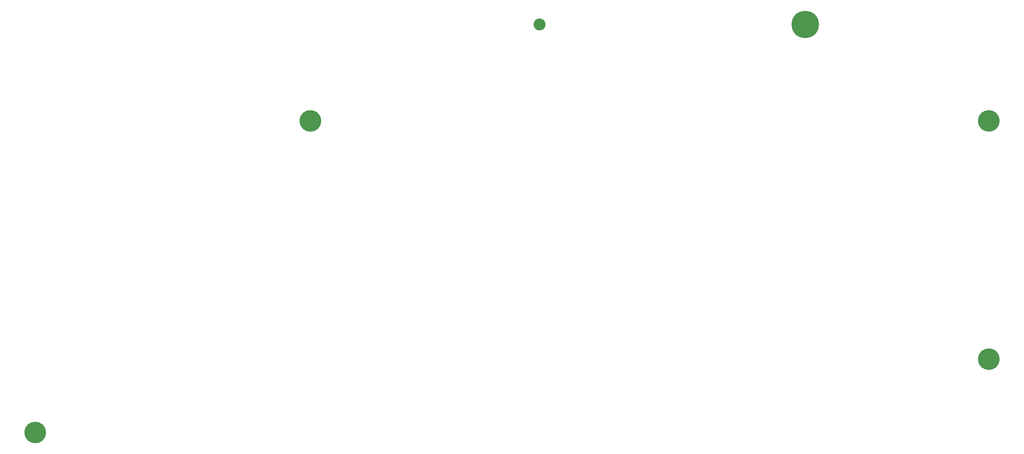
<source format=gbr>
%TF.GenerationSoftware,KiCad,Pcbnew,(6.0.2)*%
%TF.CreationDate,2022-03-06T23:11:41-03:00*%
%TF.ProjectId,BitterDevPlate,42697474-6572-4446-9576-506c6174652e,rev?*%
%TF.SameCoordinates,Original*%
%TF.FileFunction,Soldermask,Top*%
%TF.FilePolarity,Negative*%
%FSLAX46Y46*%
G04 Gerber Fmt 4.6, Leading zero omitted, Abs format (unit mm)*
G04 Created by KiCad (PCBNEW (6.0.2)) date 2022-03-06 23:11:41*
%MOMM*%
%LPD*%
G01*
G04 APERTURE LIST*
%ADD10C,7.100000*%
%ADD11C,3.100000*%
%ADD12C,5.600000*%
G04 APERTURE END LIST*
D10*
%TO.C,REF\u002A\u002A*%
X237712472Y-47237499D03*
%TD*%
D11*
%TO.C,REF\u002A\u002A*%
X168656222Y-47237499D03*
%TD*%
D12*
%TO.C,H2*%
X285337472Y-72237499D03*
%TD*%
%TO.C,H1*%
X109124972Y-72237499D03*
%TD*%
%TO.C,H4*%
X37687472Y-153199999D03*
%TD*%
%TO.C,H3*%
X285337472Y-134149999D03*
%TD*%
M02*

</source>
